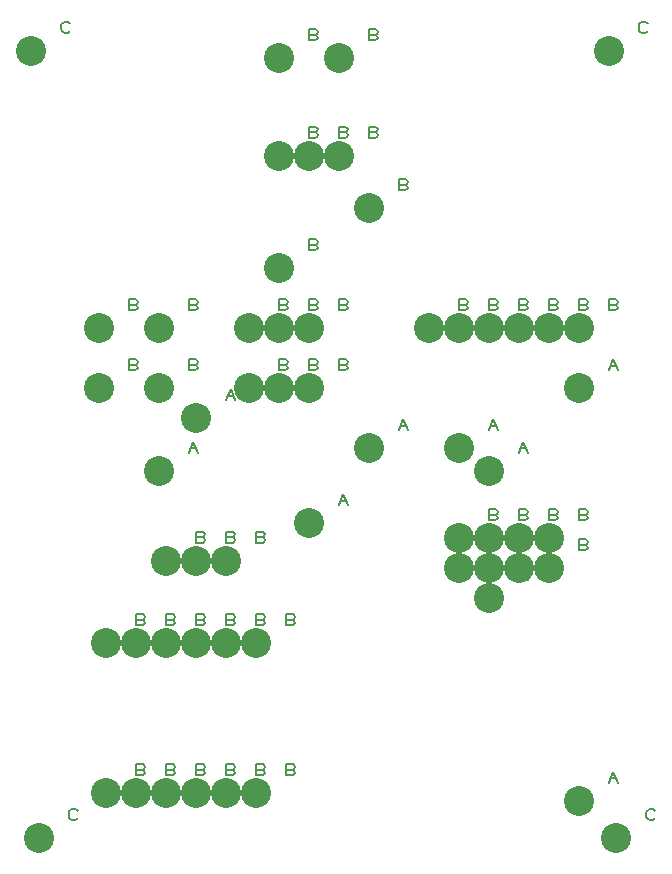
<source format=gbr>
G04 DesignSpark PCB Gerber Version 10.0 Build 5299*
G04 #@! TF.Part,Single*
G04 #@! TF.FileFunction,Drillmap*
G04 #@! TF.FilePolarity,Positive*
%FSLAX35Y35*%
%MOIN*%
%ADD19C,0.00500*%
G04 #@! TA.AperFunction,ViaPad*
%ADD24C,0.10000*%
G04 #@! TD.AperFunction*
X0Y0D02*
D02*
D19*
X21225Y277163D02*
X20913Y276850D01*
X20287Y276537D01*
X19350D01*
X18725Y276850D01*
X18413Y277163D01*
X18100Y277787D01*
Y279037D01*
X18413Y279663D01*
X18725Y279975D01*
X19350Y280287D01*
X20287D01*
X20913Y279975D01*
X21225Y279663D01*
X23725Y14663D02*
X23413Y14350D01*
X22787Y14037D01*
X21850D01*
X21225Y14350D01*
X20913Y14663D01*
X20600Y15287D01*
Y16537D01*
X20913Y17163D01*
X21225Y17475D01*
X21850Y17787D01*
X22787D01*
X23413Y17475D01*
X23725Y17163D01*
X42787Y165913D02*
X43413Y165600D01*
X43725Y164975D01*
X43413Y164350D01*
X42787Y164037D01*
X40600D01*
Y167787D01*
X42787D01*
X43413Y167475D01*
X43725Y166850D01*
X43413Y166225D01*
X42787Y165913D01*
X40600D01*
X42787Y185913D02*
X43413Y185600D01*
X43725Y184975D01*
X43413Y184350D01*
X42787Y184037D01*
X40600D01*
Y187787D01*
X42787D01*
X43413Y187475D01*
X43725Y186850D01*
X43413Y186225D01*
X42787Y185913D01*
X40600D01*
X45287Y30913D02*
X45913Y30600D01*
X46225Y29975D01*
X45913Y29350D01*
X45287Y29037D01*
X43100D01*
Y32787D01*
X45287D01*
X45913Y32475D01*
X46225Y31850D01*
X45913Y31225D01*
X45287Y30913D01*
X43100D01*
X45287Y80913D02*
X45913Y80600D01*
X46225Y79975D01*
X45913Y79350D01*
X45287Y79037D01*
X43100D01*
Y82787D01*
X45287D01*
X45913Y82475D01*
X46225Y81850D01*
X45913Y81225D01*
X45287Y80913D01*
X43100D01*
X55287Y30913D02*
X55913Y30600D01*
X56225Y29975D01*
X55913Y29350D01*
X55287Y29037D01*
X53100D01*
Y32787D01*
X55287D01*
X55913Y32475D01*
X56225Y31850D01*
X55913Y31225D01*
X55287Y30913D01*
X53100D01*
X55287Y80913D02*
X55913Y80600D01*
X56225Y79975D01*
X55913Y79350D01*
X55287Y79037D01*
X53100D01*
Y82787D01*
X55287D01*
X55913Y82475D01*
X56225Y81850D01*
X55913Y81225D01*
X55287Y80913D01*
X53100D01*
X60600Y136537D02*
X62163Y140287D01*
X63725Y136537D01*
X61225Y138100D02*
X63100D01*
X62787Y165913D02*
X63413Y165600D01*
X63725Y164975D01*
X63413Y164350D01*
X62787Y164037D01*
X60600D01*
Y167787D01*
X62787D01*
X63413Y167475D01*
X63725Y166850D01*
X63413Y166225D01*
X62787Y165913D01*
X60600D01*
X62787Y185913D02*
X63413Y185600D01*
X63725Y184975D01*
X63413Y184350D01*
X62787Y184037D01*
X60600D01*
Y187787D01*
X62787D01*
X63413Y187475D01*
X63725Y186850D01*
X63413Y186225D01*
X62787Y185913D01*
X60600D01*
X65287Y30913D02*
X65913Y30600D01*
X66225Y29975D01*
X65913Y29350D01*
X65287Y29037D01*
X63100D01*
Y32787D01*
X65287D01*
X65913Y32475D01*
X66225Y31850D01*
X65913Y31225D01*
X65287Y30913D01*
X63100D01*
X65287Y80913D02*
X65913Y80600D01*
X66225Y79975D01*
X65913Y79350D01*
X65287Y79037D01*
X63100D01*
Y82787D01*
X65287D01*
X65913Y82475D01*
X66225Y81850D01*
X65913Y81225D01*
X65287Y80913D01*
X63100D01*
X65287Y108413D02*
X65913Y108100D01*
X66225Y107475D01*
X65913Y106850D01*
X65287Y106537D01*
X63100D01*
Y110287D01*
X65287D01*
X65913Y109975D01*
X66225Y109350D01*
X65913Y108725D01*
X65287Y108413D01*
X63100D01*
X75287Y30913D02*
X75913Y30600D01*
X76225Y29975D01*
X75913Y29350D01*
X75287Y29037D01*
X73100D01*
Y32787D01*
X75287D01*
X75913Y32475D01*
X76225Y31850D01*
X75913Y31225D01*
X75287Y30913D01*
X73100D01*
X75287Y80913D02*
X75913Y80600D01*
X76225Y79975D01*
X75913Y79350D01*
X75287Y79037D01*
X73100D01*
Y82787D01*
X75287D01*
X75913Y82475D01*
X76225Y81850D01*
X75913Y81225D01*
X75287Y80913D01*
X73100D01*
X75287Y108413D02*
X75913Y108100D01*
X76225Y107475D01*
X75913Y106850D01*
X75287Y106537D01*
X73100D01*
Y110287D01*
X75287D01*
X75913Y109975D01*
X76225Y109350D01*
X75913Y108725D01*
X75287Y108413D01*
X73100D01*
Y154037D02*
X74663Y157787D01*
X76225Y154037D01*
X73725Y155600D02*
X75600D01*
X85287Y30913D02*
X85913Y30600D01*
X86225Y29975D01*
X85913Y29350D01*
X85287Y29037D01*
X83100D01*
Y32787D01*
X85287D01*
X85913Y32475D01*
X86225Y31850D01*
X85913Y31225D01*
X85287Y30913D01*
X83100D01*
X85287Y80913D02*
X85913Y80600D01*
X86225Y79975D01*
X85913Y79350D01*
X85287Y79037D01*
X83100D01*
Y82787D01*
X85287D01*
X85913Y82475D01*
X86225Y81850D01*
X85913Y81225D01*
X85287Y80913D01*
X83100D01*
X85287Y108413D02*
X85913Y108100D01*
X86225Y107475D01*
X85913Y106850D01*
X85287Y106537D01*
X83100D01*
Y110287D01*
X85287D01*
X85913Y109975D01*
X86225Y109350D01*
X85913Y108725D01*
X85287Y108413D01*
X83100D01*
X92787Y165913D02*
X93413Y165600D01*
X93725Y164975D01*
X93413Y164350D01*
X92787Y164037D01*
X90600D01*
Y167787D01*
X92787D01*
X93413Y167475D01*
X93725Y166850D01*
X93413Y166225D01*
X92787Y165913D01*
X90600D01*
X92787Y185913D02*
X93413Y185600D01*
X93725Y184975D01*
X93413Y184350D01*
X92787Y184037D01*
X90600D01*
Y187787D01*
X92787D01*
X93413Y187475D01*
X93725Y186850D01*
X93413Y186225D01*
X92787Y185913D01*
X90600D01*
X95287Y30913D02*
X95913Y30600D01*
X96225Y29975D01*
X95913Y29350D01*
X95287Y29037D01*
X93100D01*
Y32787D01*
X95287D01*
X95913Y32475D01*
X96225Y31850D01*
X95913Y31225D01*
X95287Y30913D01*
X93100D01*
X95287Y80913D02*
X95913Y80600D01*
X96225Y79975D01*
X95913Y79350D01*
X95287Y79037D01*
X93100D01*
Y82787D01*
X95287D01*
X95913Y82475D01*
X96225Y81850D01*
X95913Y81225D01*
X95287Y80913D01*
X93100D01*
X102787Y165913D02*
X103413Y165600D01*
X103725Y164975D01*
X103413Y164350D01*
X102787Y164037D01*
X100600D01*
Y167787D01*
X102787D01*
X103413Y167475D01*
X103725Y166850D01*
X103413Y166225D01*
X102787Y165913D01*
X100600D01*
X102787Y185913D02*
X103413Y185600D01*
X103725Y184975D01*
X103413Y184350D01*
X102787Y184037D01*
X100600D01*
Y187787D01*
X102787D01*
X103413Y187475D01*
X103725Y186850D01*
X103413Y186225D01*
X102787Y185913D01*
X100600D01*
X102787Y205913D02*
X103413Y205600D01*
X103725Y204975D01*
X103413Y204350D01*
X102787Y204037D01*
X100600D01*
Y207787D01*
X102787D01*
X103413Y207475D01*
X103725Y206850D01*
X103413Y206225D01*
X102787Y205913D01*
X100600D01*
X102787Y243413D02*
X103413Y243100D01*
X103725Y242475D01*
X103413Y241850D01*
X102787Y241537D01*
X100600D01*
Y245287D01*
X102787D01*
X103413Y244975D01*
X103725Y244350D01*
X103413Y243725D01*
X102787Y243413D01*
X100600D01*
X102787Y275913D02*
X103413Y275600D01*
X103725Y274975D01*
X103413Y274350D01*
X102787Y274037D01*
X100600D01*
Y277787D01*
X102787D01*
X103413Y277475D01*
X103725Y276850D01*
X103413Y276225D01*
X102787Y275913D01*
X100600D01*
X110600Y119037D02*
X112163Y122787D01*
X113725Y119037D01*
X111225Y120600D02*
X113100D01*
X112787Y165913D02*
X113413Y165600D01*
X113725Y164975D01*
X113413Y164350D01*
X112787Y164037D01*
X110600D01*
Y167787D01*
X112787D01*
X113413Y167475D01*
X113725Y166850D01*
X113413Y166225D01*
X112787Y165913D01*
X110600D01*
X112787Y185913D02*
X113413Y185600D01*
X113725Y184975D01*
X113413Y184350D01*
X112787Y184037D01*
X110600D01*
Y187787D01*
X112787D01*
X113413Y187475D01*
X113725Y186850D01*
X113413Y186225D01*
X112787Y185913D01*
X110600D01*
X112787Y243413D02*
X113413Y243100D01*
X113725Y242475D01*
X113413Y241850D01*
X112787Y241537D01*
X110600D01*
Y245287D01*
X112787D01*
X113413Y244975D01*
X113725Y244350D01*
X113413Y243725D01*
X112787Y243413D01*
X110600D01*
X122787D02*
X123413Y243100D01*
X123725Y242475D01*
X123413Y241850D01*
X122787Y241537D01*
X120600D01*
Y245287D01*
X122787D01*
X123413Y244975D01*
X123725Y244350D01*
X123413Y243725D01*
X122787Y243413D01*
X120600D01*
X122787Y275913D02*
X123413Y275600D01*
X123725Y274975D01*
X123413Y274350D01*
X122787Y274037D01*
X120600D01*
Y277787D01*
X122787D01*
X123413Y277475D01*
X123725Y276850D01*
X123413Y276225D01*
X122787Y275913D01*
X120600D01*
X130600Y144037D02*
X132163Y147787D01*
X133725Y144037D01*
X131225Y145600D02*
X133100D01*
X132787Y225913D02*
X133413Y225600D01*
X133725Y224975D01*
X133413Y224350D01*
X132787Y224037D01*
X130600D01*
Y227787D01*
X132787D01*
X133413Y227475D01*
X133725Y226850D01*
X133413Y226225D01*
X132787Y225913D01*
X130600D01*
X152787Y185913D02*
X153413Y185600D01*
X153725Y184975D01*
X153413Y184350D01*
X152787Y184037D01*
X150600D01*
Y187787D01*
X152787D01*
X153413Y187475D01*
X153725Y186850D01*
X153413Y186225D01*
X152787Y185913D01*
X150600D01*
X162787Y105913D02*
X163413Y105600D01*
X163725Y104975D01*
X163413Y104350D01*
X162787Y104037D01*
X160600D01*
Y107787D01*
X162787D01*
X163413Y107475D01*
X163725Y106850D01*
X163413Y106225D01*
X162787Y105913D01*
X160600D01*
X162787Y115913D02*
X163413Y115600D01*
X163725Y114975D01*
X163413Y114350D01*
X162787Y114037D01*
X160600D01*
Y117787D01*
X162787D01*
X163413Y117475D01*
X163725Y116850D01*
X163413Y116225D01*
X162787Y115913D01*
X160600D01*
Y144037D02*
X162163Y147787D01*
X163725Y144037D01*
X161225Y145600D02*
X163100D01*
X162787Y185913D02*
X163413Y185600D01*
X163725Y184975D01*
X163413Y184350D01*
X162787Y184037D01*
X160600D01*
Y187787D01*
X162787D01*
X163413Y187475D01*
X163725Y186850D01*
X163413Y186225D01*
X162787Y185913D01*
X160600D01*
X170600Y94037D02*
X172163Y97787D01*
X173725Y94037D01*
X171225Y95600D02*
X173100D01*
X172787Y105913D02*
X173413Y105600D01*
X173725Y104975D01*
X173413Y104350D01*
X172787Y104037D01*
X170600D01*
Y107787D01*
X172787D01*
X173413Y107475D01*
X173725Y106850D01*
X173413Y106225D01*
X172787Y105913D01*
X170600D01*
X172787Y115913D02*
X173413Y115600D01*
X173725Y114975D01*
X173413Y114350D01*
X172787Y114037D01*
X170600D01*
Y117787D01*
X172787D01*
X173413Y117475D01*
X173725Y116850D01*
X173413Y116225D01*
X172787Y115913D01*
X170600D01*
Y136537D02*
X172163Y140287D01*
X173725Y136537D01*
X171225Y138100D02*
X173100D01*
X172787Y185913D02*
X173413Y185600D01*
X173725Y184975D01*
X173413Y184350D01*
X172787Y184037D01*
X170600D01*
Y187787D01*
X172787D01*
X173413Y187475D01*
X173725Y186850D01*
X173413Y186225D01*
X172787Y185913D01*
X170600D01*
X182787Y105913D02*
X183413Y105600D01*
X183725Y104975D01*
X183413Y104350D01*
X182787Y104037D01*
X180600D01*
Y107787D01*
X182787D01*
X183413Y107475D01*
X183725Y106850D01*
X183413Y106225D01*
X182787Y105913D01*
X180600D01*
X182787Y115913D02*
X183413Y115600D01*
X183725Y114975D01*
X183413Y114350D01*
X182787Y114037D01*
X180600D01*
Y117787D01*
X182787D01*
X183413Y117475D01*
X183725Y116850D01*
X183413Y116225D01*
X182787Y115913D01*
X180600D01*
X182787Y185913D02*
X183413Y185600D01*
X183725Y184975D01*
X183413Y184350D01*
X182787Y184037D01*
X180600D01*
Y187787D01*
X182787D01*
X183413Y187475D01*
X183725Y186850D01*
X183413Y186225D01*
X182787Y185913D01*
X180600D01*
X192787Y105913D02*
X193413Y105600D01*
X193725Y104975D01*
X193413Y104350D01*
X192787Y104037D01*
X190600D01*
Y107787D01*
X192787D01*
X193413Y107475D01*
X193725Y106850D01*
X193413Y106225D01*
X192787Y105913D01*
X190600D01*
X192787Y115913D02*
X193413Y115600D01*
X193725Y114975D01*
X193413Y114350D01*
X192787Y114037D01*
X190600D01*
Y117787D01*
X192787D01*
X193413Y117475D01*
X193725Y116850D01*
X193413Y116225D01*
X192787Y115913D01*
X190600D01*
X192787Y185913D02*
X193413Y185600D01*
X193725Y184975D01*
X193413Y184350D01*
X192787Y184037D01*
X190600D01*
Y187787D01*
X192787D01*
X193413Y187475D01*
X193725Y186850D01*
X193413Y186225D01*
X192787Y185913D01*
X190600D01*
X200600Y26537D02*
X202163Y30287D01*
X203725Y26537D01*
X201225Y28100D02*
X203100D01*
X200600Y164037D02*
X202163Y167787D01*
X203725Y164037D01*
X201225Y165600D02*
X203100D01*
X202787Y185913D02*
X203413Y185600D01*
X203725Y184975D01*
X203413Y184350D01*
X202787Y184037D01*
X200600D01*
Y187787D01*
X202787D01*
X203413Y187475D01*
X203725Y186850D01*
X203413Y186225D01*
X202787Y185913D01*
X200600D01*
X213725Y277163D02*
X213413Y276850D01*
X212787Y276537D01*
X211850D01*
X211225Y276850D01*
X210913Y277163D01*
X210600Y277787D01*
Y279037D01*
X210913Y279663D01*
X211225Y279975D01*
X211850Y280287D01*
X212787D01*
X213413Y279975D01*
X213725Y279663D01*
X216225Y14663D02*
X215913Y14350D01*
X215287Y14037D01*
X214350D01*
X213725Y14350D01*
X213413Y14663D01*
X213100Y15287D01*
Y16537D01*
X213413Y17163D01*
X213725Y17475D01*
X214350Y17787D01*
X215287D01*
X215913Y17475D01*
X216225Y17163D01*
D02*
D24*
X8100Y270600D03*
X10600Y8100D03*
X30600Y158100D03*
Y178100D03*
X33100Y23100D03*
Y73100D03*
X43100Y23100D03*
Y73100D03*
X50600Y130600D03*
Y158100D03*
Y178100D03*
X53100Y23100D03*
Y73100D03*
Y100600D03*
X63100Y23100D03*
Y73100D03*
Y100600D03*
Y148100D03*
X73100Y23100D03*
Y73100D03*
Y100600D03*
X80600Y158100D03*
Y178100D03*
X83100Y23100D03*
Y73100D03*
X90600Y158100D03*
Y178100D03*
Y198100D03*
Y235600D03*
Y268100D03*
X100600Y113100D03*
Y158100D03*
Y178100D03*
Y235600D03*
X110600D03*
Y268100D03*
X120600Y138100D03*
Y218100D03*
X140600Y178100D03*
X150600Y98100D03*
Y108100D03*
Y138100D03*
Y178100D03*
X160600Y88100D03*
Y98100D03*
Y108100D03*
Y130600D03*
Y178100D03*
X170600Y98100D03*
Y108100D03*
Y178100D03*
X180600Y98100D03*
Y108100D03*
Y178100D03*
X190600Y20600D03*
Y158100D03*
Y178100D03*
X200600Y270600D03*
X203100Y8100D03*
X0Y0D02*
M02*

</source>
